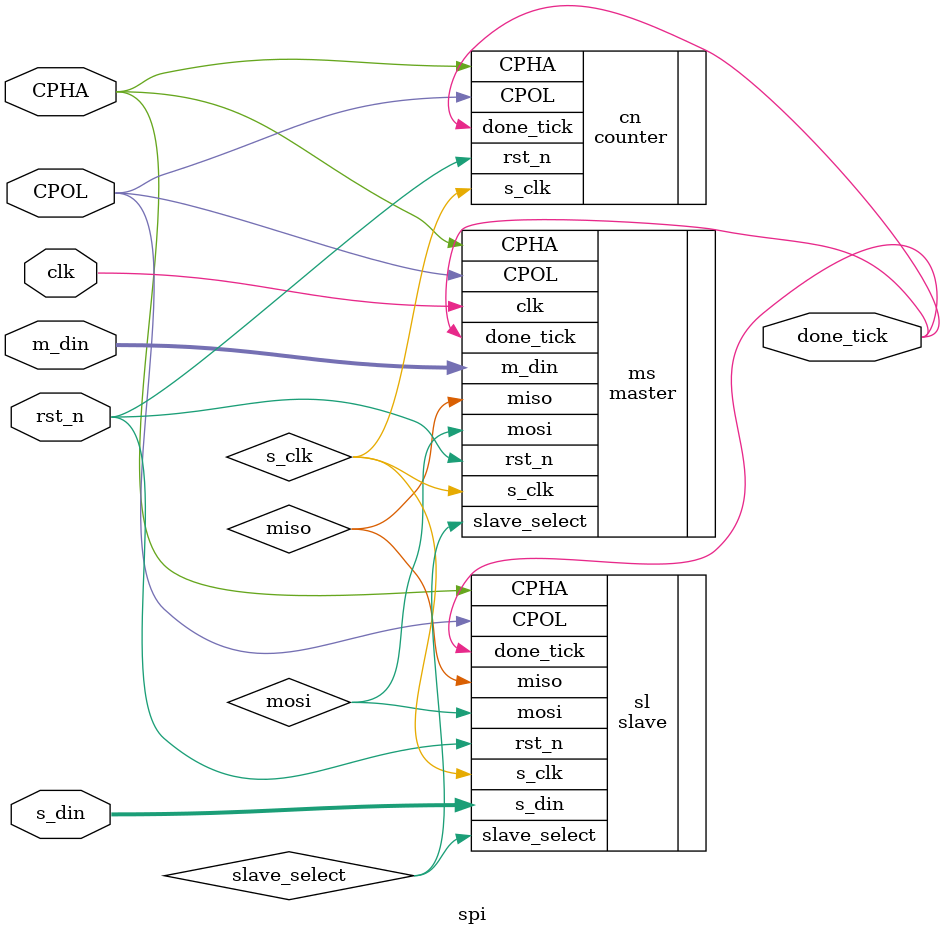
<source format=v>
module spi #(parameter data_width=8)(
input rst_n,CPHA,CPOL,clk,
input [data_width-1:0]m_din,s_din,
output done_tick
);

wire mosi,miso;
wire slave_select;
wire s_clk;

master ms(

.m_din(m_din),
.mosi(mosi),
.slave_select(slave_select),
.s_clk(s_clk),
.miso(miso),
.done_tick(done_tick),
.CPHA(CPHA),
.CPOL(CPOL),
.rst_n(rst_n),
.clk(clk)
);

slave sl(

.s_din(s_din),
.mosi(mosi),
.slave_select(slave_select),
.s_clk(s_clk),
.done_tick(done_tick),
.miso(miso),
.CPHA(CPHA),
.CPOL(CPOL),
.rst_n(rst_n)
);

counter cn(
.s_clk(s_clk),
.rst_n(rst_n),
.done_tick(done_tick),
.CPHA(CPHA),
.CPOL(CPOL)
);

endmodule

</source>
